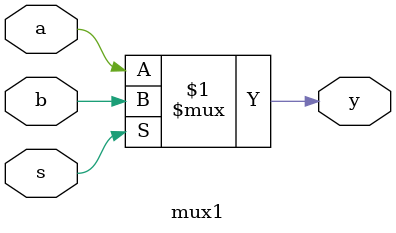
<source format=sv>

module mux1
( input a,b,
  input s,
  output y);

assign y=s?b:a;
endmodule

</source>
